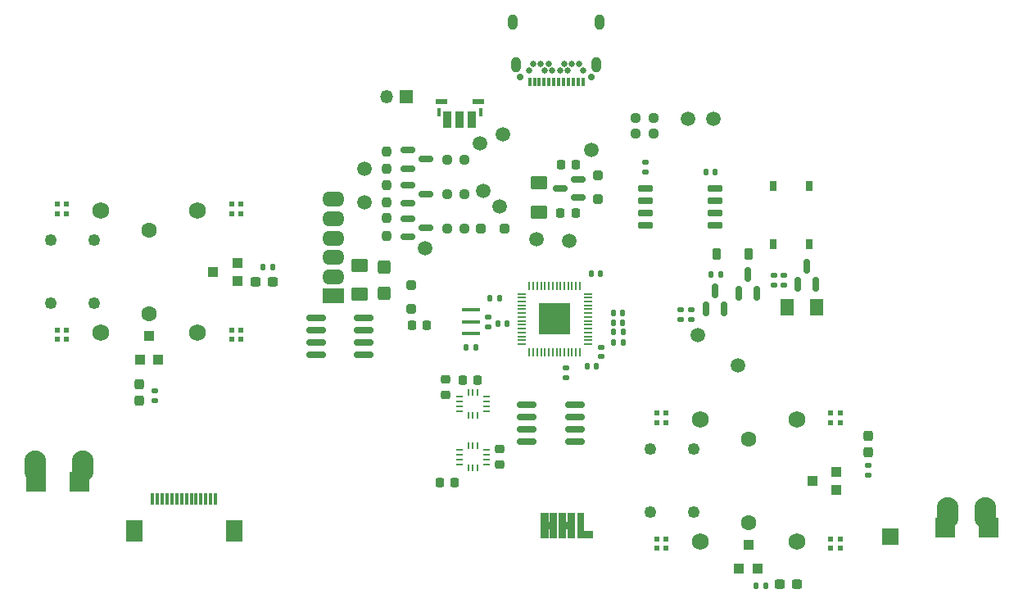
<source format=gbr>
G04 #@! TF.GenerationSoftware,KiCad,Pcbnew,7.0.2*
G04 #@! TF.CreationDate,2023-06-19T11:15:08-07:00*
G04 #@! TF.ProjectId,procon_gcc_main_pcb,70726f63-6f6e-45f6-9763-635f6d61696e,1*
G04 #@! TF.SameCoordinates,Original*
G04 #@! TF.FileFunction,Soldermask,Top*
G04 #@! TF.FilePolarity,Negative*
%FSLAX46Y46*%
G04 Gerber Fmt 4.6, Leading zero omitted, Abs format (unit mm)*
G04 Created by KiCad (PCBNEW 7.0.2) date 2023-06-19 11:15:08*
%MOMM*%
%LPD*%
G01*
G04 APERTURE LIST*
G04 Aperture macros list*
%AMRoundRect*
0 Rectangle with rounded corners*
0 $1 Rounding radius*
0 $2 $3 $4 $5 $6 $7 $8 $9 X,Y pos of 4 corners*
0 Add a 4 corners polygon primitive as box body*
4,1,4,$2,$3,$4,$5,$6,$7,$8,$9,$2,$3,0*
0 Add four circle primitives for the rounded corners*
1,1,$1+$1,$2,$3*
1,1,$1+$1,$4,$5*
1,1,$1+$1,$6,$7*
1,1,$1+$1,$8,$9*
0 Add four rect primitives between the rounded corners*
20,1,$1+$1,$2,$3,$4,$5,0*
20,1,$1+$1,$4,$5,$6,$7,0*
20,1,$1+$1,$6,$7,$8,$9,0*
20,1,$1+$1,$8,$9,$2,$3,0*%
G04 Aperture macros list end*
%ADD10C,0.025000*%
%ADD11O,0.400000X0.900000*%
%ADD12R,0.950000X1.700000*%
%ADD13R,0.900000X1.700000*%
%ADD14R,1.200000X0.600000*%
%ADD15R,1.000000X1.000000*%
%ADD16RoundRect,0.135000X0.185000X-0.135000X0.185000X0.135000X-0.185000X0.135000X-0.185000X-0.135000X0*%
%ADD17R,1.700000X1.700000*%
%ADD18RoundRect,0.135000X0.135000X0.185000X-0.135000X0.185000X-0.135000X-0.185000X0.135000X-0.185000X0*%
%ADD19R,0.550000X0.550000*%
%ADD20RoundRect,0.225000X-0.225000X-0.375000X0.225000X-0.375000X0.225000X0.375000X-0.225000X0.375000X0*%
%ADD21RoundRect,0.225000X-0.250000X0.225000X-0.250000X-0.225000X0.250000X-0.225000X0.250000X0.225000X0*%
%ADD22RoundRect,0.135000X-0.185000X0.135000X-0.185000X-0.135000X0.185000X-0.135000X0.185000X0.135000X0*%
%ADD23C,1.500000*%
%ADD24RoundRect,0.150000X-0.825000X-0.150000X0.825000X-0.150000X0.825000X0.150000X-0.825000X0.150000X0*%
%ADD25RoundRect,0.237500X-0.237500X0.300000X-0.237500X-0.300000X0.237500X-0.300000X0.237500X0.300000X0*%
%ADD26R,2.300000X1.600000*%
%ADD27O,2.300000X1.600000*%
%ADD28RoundRect,0.150000X-0.587500X-0.150000X0.587500X-0.150000X0.587500X0.150000X-0.587500X0.150000X0*%
%ADD29RoundRect,0.135000X-0.135000X-0.185000X0.135000X-0.185000X0.135000X0.185000X-0.135000X0.185000X0*%
%ADD30RoundRect,0.237500X0.300000X0.237500X-0.300000X0.237500X-0.300000X-0.237500X0.300000X-0.237500X0*%
%ADD31RoundRect,0.250001X-0.624999X0.462499X-0.624999X-0.462499X0.624999X-0.462499X0.624999X0.462499X0*%
%ADD32RoundRect,0.237500X-0.237500X0.250000X-0.237500X-0.250000X0.237500X-0.250000X0.237500X0.250000X0*%
%ADD33RoundRect,0.150000X0.150000X-0.587500X0.150000X0.587500X-0.150000X0.587500X-0.150000X-0.587500X0*%
%ADD34RoundRect,0.140000X0.140000X0.170000X-0.140000X0.170000X-0.140000X-0.170000X0.140000X-0.170000X0*%
%ADD35R,2.000000X2.000000*%
%ADD36RoundRect,0.050000X-0.050000X0.387500X-0.050000X-0.387500X0.050000X-0.387500X0.050000X0.387500X0*%
%ADD37RoundRect,0.050000X-0.387500X0.050000X-0.387500X-0.050000X0.387500X-0.050000X0.387500X0.050000X0*%
%ADD38R,3.200000X3.200000*%
%ADD39RoundRect,0.140000X-0.170000X0.140000X-0.170000X-0.140000X0.170000X-0.140000X0.170000X0.140000X0*%
%ADD40RoundRect,0.250000X-0.250000X-0.250000X0.250000X-0.250000X0.250000X0.250000X-0.250000X0.250000X0*%
%ADD41RoundRect,0.250001X0.624999X-0.462499X0.624999X0.462499X-0.624999X0.462499X-0.624999X-0.462499X0*%
%ADD42RoundRect,0.250000X0.250000X-0.250000X0.250000X0.250000X-0.250000X0.250000X-0.250000X-0.250000X0*%
%ADD43RoundRect,0.237500X0.250000X0.237500X-0.250000X0.237500X-0.250000X-0.237500X0.250000X-0.237500X0*%
%ADD44RoundRect,0.225000X-0.225000X-0.250000X0.225000X-0.250000X0.225000X0.250000X-0.225000X0.250000X0*%
%ADD45RoundRect,0.250001X-0.462499X-0.624999X0.462499X-0.624999X0.462499X0.624999X-0.462499X0.624999X0*%
%ADD46O,2.250000X3.250000*%
%ADD47RoundRect,0.237500X-0.300000X-0.237500X0.300000X-0.237500X0.300000X0.237500X-0.300000X0.237500X0*%
%ADD48RoundRect,0.225000X0.225000X0.250000X-0.225000X0.250000X-0.225000X-0.250000X0.225000X-0.250000X0*%
%ADD49R,1.900000X0.400000*%
%ADD50RoundRect,0.140000X-0.140000X-0.170000X0.140000X-0.170000X0.140000X0.170000X-0.140000X0.170000X0*%
%ADD51RoundRect,0.250000X0.425000X-0.450000X0.425000X0.450000X-0.425000X0.450000X-0.425000X-0.450000X0*%
%ADD52RoundRect,0.150000X0.587500X0.150000X-0.587500X0.150000X-0.587500X-0.150000X0.587500X-0.150000X0*%
%ADD53C,1.750000*%
%ADD54C,1.600000*%
%ADD55C,1.250000*%
%ADD56R,0.750000X1.000000*%
%ADD57R,1.350000X1.350000*%
%ADD58O,1.350000X1.350000*%
%ADD59R,0.300000X1.300000*%
%ADD60R,1.800000X2.200000*%
%ADD61C,0.700000*%
%ADD62R,0.300000X0.900000*%
%ADD63C,0.650000*%
%ADD64O,1.000000X1.600000*%
%ADD65RoundRect,0.150000X-0.650000X-0.150000X0.650000X-0.150000X0.650000X0.150000X-0.650000X0.150000X0*%
%ADD66R,0.745000X0.280000*%
%ADD67R,0.280000X0.745000*%
%ADD68RoundRect,0.237500X-0.250000X-0.237500X0.250000X-0.237500X0.250000X0.237500X-0.250000X0.237500X0*%
G04 APERTURE END LIST*
D10*
X141256470Y-145243438D02*
X142210425Y-145243438D01*
X142210425Y-145912807D01*
X140623811Y-145912807D01*
X140623811Y-143359635D01*
X141256470Y-143359635D01*
X141256470Y-145243438D01*
G36*
X141256470Y-145243438D02*
G01*
X142210425Y-145243438D01*
X142210425Y-145912807D01*
X140623811Y-145912807D01*
X140623811Y-143359635D01*
X141256470Y-143359635D01*
X141256470Y-145243438D01*
G37*
X138490336Y-145912807D02*
X137809475Y-145912807D01*
X137809475Y-144944685D01*
X137569819Y-144944685D01*
X137569819Y-145912807D01*
X136884519Y-145912807D01*
X136884519Y-143360155D01*
X137567533Y-143359635D01*
X137567533Y-144282437D01*
X137809475Y-144282437D01*
X137809475Y-143359635D01*
X138490336Y-143359635D01*
X138490336Y-145912807D01*
G36*
X138490336Y-145912807D02*
G01*
X137809475Y-145912807D01*
X137809475Y-144944685D01*
X137569819Y-144944685D01*
X137569819Y-145912807D01*
X136884519Y-145912807D01*
X136884519Y-143360155D01*
X137567533Y-143359635D01*
X137567533Y-144282437D01*
X137809475Y-144282437D01*
X137809475Y-143359635D01*
X138490336Y-143359635D01*
X138490336Y-145912807D01*
G37*
X140340336Y-145912807D02*
X139659475Y-145912807D01*
X139659475Y-144944685D01*
X139419819Y-144944685D01*
X139419819Y-145912807D01*
X138734519Y-145912807D01*
X138734519Y-143360155D01*
X139417533Y-143359635D01*
X139417533Y-144282437D01*
X139659475Y-144282437D01*
X139659475Y-143359635D01*
X140340336Y-143359635D01*
X140340336Y-145912807D01*
G36*
X140340336Y-145912807D02*
G01*
X139659475Y-145912807D01*
X139659475Y-144944685D01*
X139419819Y-144944685D01*
X139419819Y-145912807D01*
X138734519Y-145912807D01*
X138734519Y-143360155D01*
X139417533Y-143359635D01*
X139417533Y-144282437D01*
X139659475Y-144282437D01*
X139659475Y-143359635D01*
X140340336Y-143359635D01*
X140340336Y-145912807D01*
G37*
D11*
X126333519Y-101965000D03*
X130633519Y-101965000D03*
D12*
X127208519Y-102740000D03*
D13*
X128483519Y-102740000D03*
D12*
X129758519Y-102740000D03*
D14*
X126583519Y-100840000D03*
X130383519Y-100840000D03*
D15*
X105477000Y-119382600D03*
X105477000Y-117482600D03*
X102977000Y-118432600D03*
D16*
X152392760Y-123334312D03*
X152392760Y-122314312D03*
D17*
X172983595Y-145804174D03*
D18*
X145378378Y-124674084D03*
X144358378Y-124674084D03*
D19*
X166845200Y-133997000D03*
X167795200Y-133997000D03*
X167795200Y-133047000D03*
X166845200Y-133047000D03*
D20*
X155085499Y-116574786D03*
X158385499Y-116574786D03*
D21*
X132638988Y-136778904D03*
X132638988Y-138328904D03*
D22*
X162021317Y-118784380D03*
X162021317Y-119804380D03*
D23*
X152120505Y-102616000D03*
D16*
X170739623Y-139478477D03*
X170739623Y-138458477D03*
D23*
X142081539Y-105833876D03*
D24*
X113605156Y-123184537D03*
X113605156Y-124454537D03*
X113605156Y-125724537D03*
X113605156Y-126994537D03*
X118555156Y-126994537D03*
X118555156Y-125724537D03*
X118555156Y-124454537D03*
X118555156Y-123184537D03*
D25*
X95317457Y-130017891D03*
X95317457Y-131742891D03*
D26*
X115400000Y-120950000D03*
D27*
X115400000Y-118950000D03*
X115400000Y-116950000D03*
X115400000Y-114950000D03*
X115400000Y-112950000D03*
X115400000Y-110950000D03*
D28*
X123105000Y-105860000D03*
X123105000Y-107760000D03*
X124980000Y-106810000D03*
X123092500Y-112930000D03*
X123092500Y-114830000D03*
X124967500Y-113880000D03*
D29*
X131570000Y-121131418D03*
X132590000Y-121131418D03*
D30*
X163312504Y-150698757D03*
X161587504Y-150698757D03*
D19*
X86902000Y-125407600D03*
X87852000Y-125407600D03*
X87852000Y-124457600D03*
X86902000Y-124457600D03*
D31*
X136652000Y-109256500D03*
X136652000Y-112231500D03*
D32*
X120944000Y-109456500D03*
X120944000Y-111281500D03*
D33*
X163403973Y-119704893D03*
X165303973Y-119704893D03*
X164353973Y-117829893D03*
D34*
X154868965Y-108099075D03*
X153908965Y-108099075D03*
D35*
X178675000Y-144906500D03*
D36*
X140900000Y-119862500D03*
X140500000Y-119862500D03*
X140100000Y-119862500D03*
X139700000Y-119862500D03*
X139300000Y-119862500D03*
X138900000Y-119862500D03*
X138500000Y-119862500D03*
X138100000Y-119862500D03*
X137700000Y-119862500D03*
X137300000Y-119862500D03*
X136900000Y-119862500D03*
X136500000Y-119862500D03*
X136100000Y-119862500D03*
X135700000Y-119862500D03*
D37*
X134862500Y-120700000D03*
X134862500Y-121100000D03*
X134862500Y-121500000D03*
X134862500Y-121900000D03*
X134862500Y-122300000D03*
X134862500Y-122700000D03*
X134862500Y-123100000D03*
X134862500Y-123500000D03*
X134862500Y-123900000D03*
X134862500Y-124300000D03*
X134862500Y-124700000D03*
X134862500Y-125100000D03*
X134862500Y-125500000D03*
X134862500Y-125900000D03*
D36*
X135700000Y-126737500D03*
X136100000Y-126737500D03*
X136500000Y-126737500D03*
X136900000Y-126737500D03*
X137300000Y-126737500D03*
X137700000Y-126737500D03*
X138100000Y-126737500D03*
X138500000Y-126737500D03*
X138900000Y-126737500D03*
X139300000Y-126737500D03*
X139700000Y-126737500D03*
X140100000Y-126737500D03*
X140500000Y-126737500D03*
X140900000Y-126737500D03*
D37*
X141737500Y-125900000D03*
X141737500Y-125500000D03*
X141737500Y-125100000D03*
X141737500Y-124700000D03*
X141737500Y-124300000D03*
X141737500Y-123900000D03*
X141737500Y-123500000D03*
X141737500Y-123100000D03*
X141737500Y-122700000D03*
X141737500Y-122300000D03*
X141737500Y-121900000D03*
X141737500Y-121500000D03*
X141737500Y-121100000D03*
X141737500Y-120700000D03*
D38*
X138300000Y-123300000D03*
D19*
X104902000Y-112407600D03*
X105852000Y-112407600D03*
X105852000Y-111457600D03*
X104902000Y-111457600D03*
D39*
X143120000Y-126220000D03*
X143120000Y-127180000D03*
D23*
X139814343Y-115229853D03*
D32*
X120937000Y-112897500D03*
X120937000Y-114722500D03*
D40*
X130628718Y-113924462D03*
X133128718Y-113924462D03*
D41*
X118166000Y-120723000D03*
X118166000Y-117748000D03*
D35*
X84675000Y-140125000D03*
D42*
X123500000Y-122300000D03*
X123500000Y-119800000D03*
D34*
X133361612Y-123799940D03*
X132401612Y-123799940D03*
D43*
X128992500Y-113940000D03*
X127167500Y-113940000D03*
D22*
X160950598Y-118782478D03*
X160950598Y-119802478D03*
D44*
X126437999Y-140194151D03*
X127987999Y-140194151D03*
D15*
X157370200Y-149122000D03*
X159270200Y-149122000D03*
X158320200Y-146622000D03*
D45*
X162366473Y-122067393D03*
X165341473Y-122067393D03*
D46*
X178957595Y-143318317D03*
X182857595Y-143318317D03*
D33*
X153905499Y-122292286D03*
X155805499Y-122292286D03*
X154855499Y-120417286D03*
D18*
X145383475Y-125698631D03*
X144363475Y-125698631D03*
D47*
X107418809Y-119497056D03*
X109143809Y-119497056D03*
D48*
X125075000Y-123925000D03*
X123525000Y-123925000D03*
D19*
X148845200Y-146997000D03*
X149795200Y-146997000D03*
X149795200Y-146047000D03*
X148845200Y-146047000D03*
D23*
X124900940Y-115973075D03*
X157237043Y-128094200D03*
D21*
X127028523Y-129572529D03*
X127028523Y-131122529D03*
D16*
X147669721Y-108165507D03*
X147669721Y-107145507D03*
D49*
X129650000Y-122375000D03*
X129650000Y-123575000D03*
X129650000Y-124775000D03*
D50*
X142075728Y-118581565D03*
X143035728Y-118581565D03*
D19*
X86902000Y-112407600D03*
X87852000Y-112407600D03*
X87852000Y-111457600D03*
X86902000Y-111457600D03*
D51*
X120706000Y-120622000D03*
X120706000Y-117922000D03*
D23*
X130556000Y-105156000D03*
D25*
X170738456Y-135352081D03*
X170738456Y-137077081D03*
D19*
X166845200Y-146997000D03*
X167795200Y-146997000D03*
X167795200Y-146047000D03*
X166845200Y-146047000D03*
D28*
X123092500Y-109440000D03*
X123092500Y-111340000D03*
X124967500Y-110390000D03*
D52*
X140745500Y-110744500D03*
X140745500Y-108844500D03*
X138870500Y-109794500D03*
D29*
X159135629Y-150847756D03*
X160155629Y-150847756D03*
D53*
X153320200Y-133697000D03*
X153320200Y-146347000D03*
D54*
X158320200Y-135722000D03*
X158320200Y-144322000D03*
D53*
X163320200Y-133697000D03*
X163320200Y-146347000D03*
D55*
X152670200Y-136772000D03*
X152670200Y-143272000D03*
X148170200Y-136772000D03*
X148170200Y-143272000D03*
D56*
X164635000Y-109540000D03*
X164635000Y-115540000D03*
X160885000Y-109540000D03*
X160885000Y-115540000D03*
D15*
X95427000Y-127532600D03*
X97327000Y-127532600D03*
X96377000Y-125032600D03*
D23*
X136459755Y-115106341D03*
D29*
X108175401Y-117977059D03*
X109195401Y-117977059D03*
D44*
X128768394Y-129595200D03*
X130318394Y-129595200D03*
D34*
X142603255Y-128160953D03*
X141643255Y-128160953D03*
D29*
X129129756Y-126274421D03*
X130149756Y-126274421D03*
D44*
X138913000Y-112324500D03*
X140463000Y-112324500D03*
D34*
X145330000Y-123675000D03*
X144370000Y-123675000D03*
D57*
X122920000Y-100330000D03*
D58*
X120920000Y-100330000D03*
D23*
X118616369Y-107778492D03*
D34*
X145327989Y-122665768D03*
X144367989Y-122665768D03*
D59*
X96741205Y-141917846D03*
X97241205Y-141917846D03*
X97741205Y-141917846D03*
X98241205Y-141917846D03*
X98741205Y-141917846D03*
X99241205Y-141917846D03*
X99741205Y-141917846D03*
X100241205Y-141917846D03*
X100741205Y-141917846D03*
X101241205Y-141917846D03*
X101741205Y-141917846D03*
X102241205Y-141917846D03*
X102741205Y-141917846D03*
X103241205Y-141917846D03*
D60*
X94841205Y-145167846D03*
X105141205Y-145167846D03*
D23*
X130945712Y-110042059D03*
D33*
X157305499Y-120612286D03*
X159205499Y-120612286D03*
X158255499Y-118737286D03*
D43*
X128982500Y-110380000D03*
X127157500Y-110380000D03*
D61*
X142060000Y-98275000D03*
X134710000Y-98275000D03*
D62*
X141210000Y-98835000D03*
X140710000Y-98835000D03*
X140210000Y-98835000D03*
X139710000Y-98835000D03*
X139210000Y-98835000D03*
X138710000Y-98835000D03*
X138210000Y-98835000D03*
X137710000Y-98835000D03*
X137210000Y-98835000D03*
X136710000Y-98835000D03*
X136210000Y-98835000D03*
X135710000Y-98835000D03*
D63*
X135660000Y-97625000D03*
X136060000Y-96925000D03*
X136860000Y-96925000D03*
X137260000Y-97625000D03*
X137660000Y-96925000D03*
X138060000Y-97625000D03*
X138860000Y-97625000D03*
X139260000Y-96925000D03*
X139660000Y-97625000D03*
X140060000Y-96925000D03*
X140860000Y-96925000D03*
X141260000Y-97625000D03*
D64*
X142950000Y-92635000D03*
X142590000Y-97025000D03*
X134330000Y-97025000D03*
X133970000Y-92635000D03*
D23*
X118599544Y-111294833D03*
D24*
X135447000Y-132207000D03*
X135447000Y-133477000D03*
X135447000Y-134747000D03*
X135447000Y-136017000D03*
X140397000Y-136017000D03*
X140397000Y-134747000D03*
X140397000Y-133477000D03*
X140397000Y-132207000D03*
D65*
X147671042Y-109789917D03*
X147671042Y-111059917D03*
X147671042Y-112329917D03*
X147671042Y-113599917D03*
X154871042Y-113599917D03*
X154871042Y-112329917D03*
X154871042Y-111059917D03*
X154871042Y-109789917D03*
D43*
X128992500Y-106880000D03*
X127167500Y-106880000D03*
D16*
X131420884Y-124153577D03*
X131420884Y-123133577D03*
D46*
X84607723Y-138528911D03*
X89507723Y-138528911D03*
D22*
X96933652Y-130742363D03*
X96933652Y-131762363D03*
D48*
X140508000Y-107344500D03*
X138958000Y-107344500D03*
D19*
X104902000Y-125407600D03*
X105852000Y-125407600D03*
X105852000Y-124457600D03*
X104902000Y-124457600D03*
D66*
X131250000Y-132830000D03*
X131250000Y-132330000D03*
X131250000Y-131830000D03*
X131250000Y-131330000D03*
D67*
X130352000Y-130932000D03*
X129852000Y-130932000D03*
X129352000Y-130932000D03*
D66*
X128454000Y-131330000D03*
X128454000Y-131830000D03*
X128454000Y-132330000D03*
X128454000Y-132830000D03*
D67*
X129352000Y-133228000D03*
X129852000Y-133228000D03*
X130352000Y-133228000D03*
D32*
X120930000Y-105967500D03*
X120930000Y-107792500D03*
D18*
X155475499Y-118684786D03*
X154455499Y-118684786D03*
D66*
X128461499Y-136823749D03*
X128461499Y-137323749D03*
X128461499Y-137823749D03*
X128461499Y-138323749D03*
D67*
X129359499Y-138721749D03*
X129859499Y-138721749D03*
X130359499Y-138721749D03*
D66*
X131257499Y-138323749D03*
X131257499Y-137823749D03*
X131257499Y-137323749D03*
X131257499Y-136823749D03*
D67*
X130359499Y-136425749D03*
X129859499Y-136425749D03*
X129359499Y-136425749D03*
D23*
X154686000Y-102616000D03*
X132980418Y-104222421D03*
D68*
X146687500Y-102550000D03*
X148512500Y-102550000D03*
D53*
X91377000Y-112107600D03*
X91377000Y-124757600D03*
D54*
X96377000Y-114132600D03*
X96377000Y-122732600D03*
D53*
X101377000Y-112107600D03*
X101377000Y-124757600D03*
D55*
X90727000Y-115182600D03*
X90727000Y-121682600D03*
X86227000Y-115182600D03*
X86227000Y-121682600D03*
D15*
X167420200Y-140972000D03*
X167420200Y-139072000D03*
X164920200Y-140022000D03*
D42*
X142794000Y-110954500D03*
X142794000Y-108454500D03*
D19*
X148845200Y-133997000D03*
X149795200Y-133997000D03*
X149795200Y-133047000D03*
X148845200Y-133047000D03*
D22*
X151314832Y-122308704D03*
X151314832Y-123328704D03*
D35*
X89175000Y-140125000D03*
D23*
X153119831Y-124976430D03*
D35*
X183175000Y-144906500D03*
D68*
X146687500Y-104150000D03*
X148512500Y-104150000D03*
D23*
X132571909Y-111701320D03*
D22*
X139473009Y-128385944D03*
X139473009Y-129405944D03*
M02*

</source>
